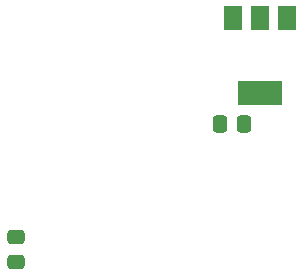
<source format=gbp>
G04 #@! TF.GenerationSoftware,KiCad,Pcbnew,7.0.5*
G04 #@! TF.CreationDate,2024-02-16T17:16:27-05:00*
G04 #@! TF.ProjectId,SoyuzControlBoard,536f7975-7a43-46f6-9e74-726f6c426f61,rev?*
G04 #@! TF.SameCoordinates,Original*
G04 #@! TF.FileFunction,Paste,Bot*
G04 #@! TF.FilePolarity,Positive*
%FSLAX46Y46*%
G04 Gerber Fmt 4.6, Leading zero omitted, Abs format (unit mm)*
G04 Created by KiCad (PCBNEW 7.0.5) date 2024-02-16 17:16:27*
%MOMM*%
%LPD*%
G01*
G04 APERTURE LIST*
G04 Aperture macros list*
%AMRoundRect*
0 Rectangle with rounded corners*
0 $1 Rounding radius*
0 $2 $3 $4 $5 $6 $7 $8 $9 X,Y pos of 4 corners*
0 Add a 4 corners polygon primitive as box body*
4,1,4,$2,$3,$4,$5,$6,$7,$8,$9,$2,$3,0*
0 Add four circle primitives for the rounded corners*
1,1,$1+$1,$2,$3*
1,1,$1+$1,$4,$5*
1,1,$1+$1,$6,$7*
1,1,$1+$1,$8,$9*
0 Add four rect primitives between the rounded corners*
20,1,$1+$1,$2,$3,$4,$5,0*
20,1,$1+$1,$4,$5,$6,$7,0*
20,1,$1+$1,$6,$7,$8,$9,0*
20,1,$1+$1,$8,$9,$2,$3,0*%
G04 Aperture macros list end*
%ADD10RoundRect,0.250000X0.337500X0.475000X-0.337500X0.475000X-0.337500X-0.475000X0.337500X-0.475000X0*%
%ADD11R,1.500000X2.000000*%
%ADD12R,3.800000X2.000000*%
%ADD13RoundRect,0.250000X0.475000X-0.337500X0.475000X0.337500X-0.475000X0.337500X-0.475000X-0.337500X0*%
G04 APERTURE END LIST*
D10*
X114637500Y-73300000D03*
X112562500Y-73300000D03*
D11*
X113700000Y-64350000D03*
X116000000Y-64350000D03*
D12*
X116000000Y-70650000D03*
D11*
X118300000Y-64350000D03*
D13*
X95300000Y-84937500D03*
X95300000Y-82862500D03*
M02*

</source>
